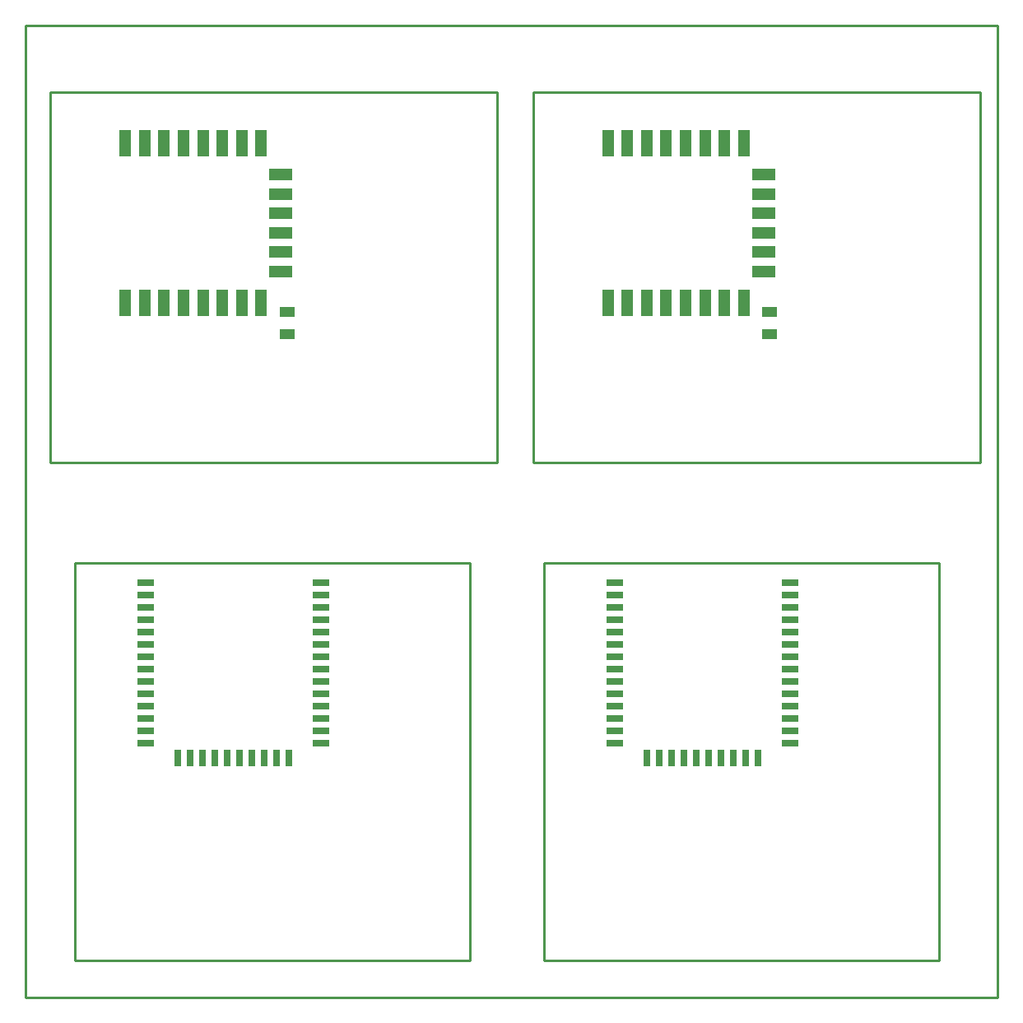
<source format=gbp>
%FSLAX23Y23*%
%MOIN*%
G70*
G01*
G75*
G04 Layer_Color=128*
%ADD10R,0.079X0.150*%
%ADD11R,0.039X0.059*%
%ADD12R,0.063X0.055*%
%ADD13R,0.094X0.063*%
%ADD14R,0.059X0.039*%
%ADD15R,0.079X0.157*%
%ADD16R,0.100X0.200*%
%ADD17R,0.050X0.035*%
%ADD18R,0.110X0.079*%
%ADD19R,0.100X0.030*%
%ADD20R,0.017X0.066*%
%ADD21R,0.055X0.071*%
%ADD22R,0.090X0.150*%
%ADD23R,0.085X0.050*%
%ADD24R,0.150X0.079*%
%ADD25R,0.071X0.055*%
%ADD26R,0.063X0.094*%
%ADD27R,0.200X0.100*%
%ADD28R,0.079X0.110*%
%ADD29R,0.030X0.100*%
%ADD30R,0.026X0.042*%
%ADD31R,0.066X0.017*%
%ADD32R,0.150X0.090*%
%ADD33R,0.050X0.085*%
%ADD34C,0.025*%
%ADD35C,0.030*%
%ADD36C,0.040*%
%ADD37C,0.015*%
%ADD38C,0.020*%
%ADD39C,0.035*%
%ADD40C,0.050*%
%ADD41C,0.055*%
%ADD42C,0.010*%
%ADD43C,0.045*%
%ADD44C,0.060*%
%ADD45R,0.151X0.305*%
%ADD46R,0.035X0.075*%
%ADD47R,0.065X0.080*%
%ADD48R,0.280X0.151*%
%ADD49R,0.052X0.100*%
%ADD50R,0.094X0.047*%
%ADD51R,0.120X0.040*%
%ADD52R,0.035X0.045*%
%ADD53R,0.085X0.065*%
%ADD54R,0.064X0.076*%
%ADD55R,0.044X0.080*%
%ADD56C,0.079*%
%ADD57C,0.100*%
%ADD58C,0.138*%
%ADD59C,0.040*%
%ADD60C,0.050*%
%ADD61C,0.070*%
%ADD62R,0.030X0.070*%
%ADD63R,0.070X0.030*%
%ADD64R,0.094X0.047*%
%ADD65R,0.047X0.110*%
%ADD66R,0.205X0.305*%
%ADD67R,0.290X0.235*%
%ADD68C,0.004*%
%ADD69C,0.003*%
%ADD70C,0.002*%
%ADD71C,0.002*%
%ADD72C,0.005*%
%ADD73C,0.001*%
%ADD74C,0.008*%
%ADD75C,0.008*%
%ADD76R,0.060X0.169*%
%ADD77R,0.063X0.021*%
%ADD78R,0.021X0.063*%
%ADD79R,0.169X0.060*%
%ADD80R,0.063X0.023*%
%ADD81R,0.087X0.158*%
%ADD82R,0.047X0.067*%
%ADD83R,0.071X0.063*%
%ADD84R,0.102X0.071*%
%ADD85R,0.067X0.047*%
%ADD86R,0.087X0.165*%
%ADD87R,0.108X0.208*%
%ADD88R,0.058X0.043*%
%ADD89R,0.118X0.087*%
%ADD90R,0.108X0.038*%
%ADD91R,0.025X0.074*%
%ADD92R,0.063X0.079*%
%ADD93R,0.098X0.158*%
%ADD94R,0.093X0.058*%
%ADD95R,0.160X0.089*%
%ADD96R,0.069X0.049*%
%ADD97R,0.073X0.065*%
%ADD98R,0.049X0.069*%
%ADD99R,0.081X0.065*%
%ADD100R,0.073X0.104*%
%ADD101R,0.089X0.167*%
%ADD102R,0.210X0.110*%
%ADD103R,0.060X0.045*%
%ADD104R,0.089X0.120*%
%ADD105R,0.040X0.110*%
%ADD106R,0.036X0.052*%
%ADD107R,0.076X0.027*%
%ADD108R,0.160X0.100*%
%ADD109R,0.060X0.095*%
%ADD110C,0.087*%
%ADD111C,0.108*%
%ADD112C,0.146*%
%ADD113C,0.148*%
%ADD114C,0.089*%
%ADD115C,0.110*%
%ADD116C,0.048*%
%ADD117C,0.058*%
%ADD118C,0.078*%
%ADD119C,0.060*%
%ADD120C,0.080*%
%ADD121R,0.038X0.078*%
%ADD122R,0.078X0.038*%
%ADD123R,0.104X0.057*%
%ADD124R,0.057X0.120*%
D14*
X3013Y2776D02*
D03*
Y2686D02*
D03*
X1058Y2776D02*
D03*
Y2686D02*
D03*
D42*
X2100Y150D02*
Y1760D01*
X3700D01*
X2100Y150D02*
X3700D01*
Y1760D01*
X1800Y150D02*
Y1760D01*
X200Y150D02*
X1800D01*
X200Y1760D02*
X1800D01*
X200Y150D02*
Y1760D01*
X3937Y0D02*
Y3937D01*
X0D02*
X3937D01*
X0Y0D02*
Y3937D01*
Y0D02*
X3937D01*
X100Y2165D02*
X1910D01*
X100D02*
Y3665D01*
X1910Y2165D02*
Y3665D01*
X100D02*
X1910D01*
X2055D02*
X3865D01*
Y2165D02*
Y3665D01*
X2055Y2165D02*
Y3665D01*
Y2165D02*
X3865D01*
D62*
X2515Y968D02*
D03*
X2565D02*
D03*
X2615D02*
D03*
X2665D02*
D03*
X2715D02*
D03*
X2765D02*
D03*
X2815D02*
D03*
X2865D02*
D03*
X2915D02*
D03*
X2965D02*
D03*
X615D02*
D03*
X665D02*
D03*
X715D02*
D03*
X765D02*
D03*
X815D02*
D03*
X865D02*
D03*
X915D02*
D03*
X965D02*
D03*
X1015D02*
D03*
X1065D02*
D03*
D63*
X2385Y1530D02*
D03*
Y1580D02*
D03*
Y1480D02*
D03*
Y1430D02*
D03*
Y1630D02*
D03*
Y1680D02*
D03*
Y1330D02*
D03*
Y1380D02*
D03*
Y1280D02*
D03*
Y1230D02*
D03*
Y1030D02*
D03*
Y1080D02*
D03*
Y1180D02*
D03*
Y1130D02*
D03*
X3095D02*
D03*
Y1180D02*
D03*
Y1080D02*
D03*
Y1030D02*
D03*
Y1230D02*
D03*
Y1280D02*
D03*
Y1380D02*
D03*
Y1330D02*
D03*
Y1680D02*
D03*
Y1630D02*
D03*
Y1430D02*
D03*
Y1480D02*
D03*
Y1580D02*
D03*
Y1530D02*
D03*
X485D02*
D03*
Y1580D02*
D03*
Y1480D02*
D03*
Y1430D02*
D03*
Y1630D02*
D03*
Y1680D02*
D03*
Y1330D02*
D03*
Y1380D02*
D03*
Y1280D02*
D03*
Y1230D02*
D03*
Y1030D02*
D03*
Y1080D02*
D03*
Y1180D02*
D03*
Y1130D02*
D03*
X1195D02*
D03*
Y1180D02*
D03*
Y1080D02*
D03*
Y1030D02*
D03*
Y1230D02*
D03*
Y1280D02*
D03*
Y1380D02*
D03*
Y1330D02*
D03*
Y1680D02*
D03*
Y1630D02*
D03*
Y1430D02*
D03*
Y1480D02*
D03*
Y1580D02*
D03*
Y1530D02*
D03*
D64*
X2988Y2939D02*
D03*
Y3018D02*
D03*
Y3097D02*
D03*
Y3175D02*
D03*
Y3254D02*
D03*
Y3333D02*
D03*
X1033Y2939D02*
D03*
Y3018D02*
D03*
Y3097D02*
D03*
Y3175D02*
D03*
Y3254D02*
D03*
Y3333D02*
D03*
D65*
X2909Y3459D02*
D03*
X2830D02*
D03*
X2752D02*
D03*
X2673D02*
D03*
X2594D02*
D03*
X2515D02*
D03*
X2437D02*
D03*
X2358D02*
D03*
Y2813D02*
D03*
X2437D02*
D03*
X2515D02*
D03*
X2594D02*
D03*
X2673D02*
D03*
X2752D02*
D03*
X2830D02*
D03*
X2909D02*
D03*
X954Y3459D02*
D03*
X875D02*
D03*
X797D02*
D03*
X718D02*
D03*
X639D02*
D03*
X560D02*
D03*
X482D02*
D03*
X403D02*
D03*
Y2813D02*
D03*
X482D02*
D03*
X560D02*
D03*
X639D02*
D03*
X718D02*
D03*
X797D02*
D03*
X875D02*
D03*
X954D02*
D03*
M02*

</source>
